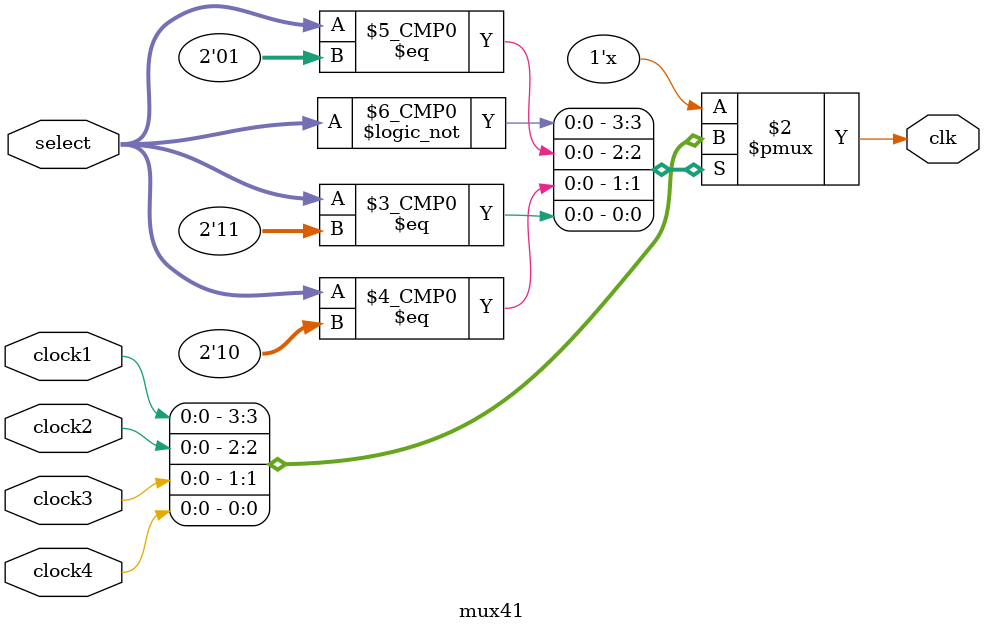
<source format=v>
module multi_div(clk,rst,instruction,wr_en,rd_en,data_out0,data_out1,data_out2,data_out3,
data_empty,data_full,fifo_counter0,fifo_counter1,fifo_counter2,fifo_counter3,counter,
wr_en0,wr_en1,wr_en2,wr_en3,result0,result1,result2,result3,select,clock);
input rst, clk, wr_en, rd_en;
input [11:0] instruction;
output [3:0]clock;
inout wire [11:0] data_out0;
inout wire [11:0] data_out1;
inout wire [11:0] data_out2;
inout wire [11:0] data_out3;
//improved signals
input [7:0]select;
output [3:0]data_empty;
output [3:0] data_full;
//output [3:0] gclock;
output wr_en0,wr_en1,wr_en2,wr_en3;
//output [11:0] fifo_counter;
output [2:0] fifo_counter0;
output [2:0] fifo_counter3;
output [2:0] fifo_counter2;
output [2:0] fifo_counter1;
output reg[4:0]counter;
//input [11:0] instruction;
//output reg [7:0] result;
output wire [7:0] result0;
output wire [7:0] result1;
output wire [7:0] result2;
output wire [7:0] result3;
wire clk_enable0;
wire clk_enable1;
wire clk_enable2;
wire clk_enable3;
assign clk_enable0=(!data_full[0])&(clock[0]);
assign clk_enable1=(!data_full[1])&(clock[1]);
assign clk_enable2=(!data_full[2])&(clock[2]);
assign clk_enable3=(!data_full[3])&(clock[3]);

wire wr_en0;
wire wr_en1;
wire wr_en2;
wire wr_en3;
assign wr_en0=clk_enable0&wr_en;
assign wr_en1=clk_enable1&!clk_enable0&wr_en;
assign wr_en2=!clk_enable1&!clk_enable0&clk_enable2&wr_en;
assign wr_en3=!clk_enable1&!clk_enable0&!clk_enable2&clk_enable3&wr_en;

combined p1(clk,rst,instruction,wr_en0,rd_en,data_out0,data_empty[0],data_full[0],fifo_counter0,result0,select[1:0],clock[0]);
combined p2(clk,rst,instruction,wr_en1,rd_en,data_out1,data_empty[1],data_full[1],fifo_counter1,result1,select[3:2],clock[1]);
combined p3(clk,rst,instruction,wr_en2,rd_en,data_out2,data_empty[2],data_full[2],fifo_counter2,result2,select[5:4],clock[2]);
combined p4(clk,rst,instruction,wr_en3,rd_en,data_out3,data_empty[3],data_full[3],fifo_counter3,result3,select[7:6],clock[3]);
always@(posedge clk)begin
counter <=fifo_counter0+fifo_counter1+fifo_counter2+fifo_counter3;
//result<=result0+result1+result2+result3;
end
endmodule
//////////////

module combined(clk,rst,instruction,wr_en,rd_en,data_out,data_empty,data_full,fifo_counter,result,select,clock);
output clock;
input [1:0]select;
input rst, clk, wr_en, rd_en;
input [11:0] instruction;
inout wire [11:0] data_out;
//input clock_disable;
output data_empty, data_full;
output [ 2:0] fifo_counter;
//input [11:0] instruction;
output wire [7:0] result;
wire clock_2,clock_3,clock_4;
wire clock;
//assign clock1=;
//trail_divider top3(clk,clock_1);
trail_divider#(28'd2) top4(clk,clock_2);
trail_divider#(28'd3) top5(clk,clock_3);
trail_divider#(28'd4) top6(clk,clock_4);
mux41 top3(clk,clock_2,clock_3,clock_4,select,clock);
FIFO top1(clock, rst, instruction, data_out, wr_en, 
rd_en, data_empty, data_full,fifo_counter);
processor3 top2(clock,result,data_out
,data_empty);
endmodule
///////////
module FIFO(clk, rst, buf_in, buf_out, wr_en, rd_en, buf_empty, buf_full,fifo_counter);
input rst, clk, wr_en, rd_en;
input [11:0] buf_in;
output [11:0] buf_out;
output buf_empty, buf_full;
output [ 2:0] fifo_counter;
reg[11:0] buf_out;
reg buf_empty, buf_full;
reg[2:0] fifo_counter;
reg[6:0] rd_ptr, wr_ptr; 
reg[11:0] buf_mem[63 : 0];
always @(posedge clk) begin 
	buf_empty =(fifo_counter==0);
	buf_full =(fifo_counter== 64);
end
//counter update
always @(posedge clk or posedge rst) begin 
	if(rst)
		fifo_counter <= 0; 
	else if((!buf_full && wr_en) && (!buf_empty && rd_en))
		fifo_counter <= fifo_counter; 
	else if( !buf_full && wr_en)
		fifo_counter <= fifo_counter+ 1;
	else if( !buf_empty && rd_en) 
		fifo_counter <= fifo_counter - 1;
	else 
		fifo_counter <= fifo_counter;
end
//giving output(sending to eecution)
always @(posedge clk or posedge rst) begin

	if( rst)
	buf_out <= 0; 
	else begin
		if(rd_en && !buf_empty)
			buf_out <=buf_mem[rd_ptr]; 
		else
			buf_out <=buf_out;
	end
end
//taking input into memory
always @(posedge clk) begin
	if(wr_en&&!buf_full)
		buf_mem[wr_ptr]<=buf_in;
	else
		buf_mem[wr_ptr]<=buf_mem[wr_ptr];

	end
//here updating write pointer and read pointer when they are on which has a loop here 
//that is when we give an instruction in testbench and if we not make wr_en=0 it takes the instruction continuously
//until it is off
always@(posedge clk or posedge rst) begin
	if(rst)	
	 begin
		wr_ptr<=0;
		rd_ptr<=0;
	end
	else 
	begin
		if(!buf_full&& wr_en)
		    wr_ptr<=wr_ptr +1;
		else
		    wr_ptr<=wr_ptr;
		if(!buf_empty&&rd_en)
		    rd_ptr<=rd_ptr+1;
		else
		    rd_ptr<=rd_ptr;
	end
	end	
endmodule

////////////////////////////
////////////////////////
module processor3(clk,status,instruction,buf_empty);
  input clk;
  input [11:0] instruction;
  input buf_empty;
  output reg[7:0] status;
  reg [11:0]  ID_EX_A, ID_EX_B;
  reg [11:0] EX_MEM_ALUOUT;  
  parameter ADD = 4'b0000, SUB = 4'b0001, MUL = 4'b0010, DIV = 4'b0011 , AND = 4'b0100, OR = 4'b0101,XOR = 4'b0110,NOT = 4'b0111,LS = 4'b1000,RS = 4'b1001; 
  always @(posedge clk)  
    begin
	case(instruction[11:8])
        ADD : EX_MEM_ALUOUT = instruction[7:4] + instruction[3:0];
        SUB : EX_MEM_ALUOUT = instruction[7:4] - instruction[3:0];
        MUL : EX_MEM_ALUOUT = instruction[7:4] * instruction[3:0];
        DIV : EX_MEM_ALUOUT = instruction[7:4] / instruction[3:0];
        AND : EX_MEM_ALUOUT = instruction[7:4] & instruction[3:0];
        OR : EX_MEM_ALUOUT = instruction[7:4] | instruction[3:0];
        XOR : EX_MEM_ALUOUT = instruction[7:4] ^ instruction[3:0];
        NOT : EX_MEM_ALUOUT = ~instruction[7:4];
        LS : EX_MEM_ALUOUT = instruction[7:4]<<1;
        RS : EX_MEM_ALUOUT = instruction[7:4]>>1;
      endcase
     status = EX_MEM_ALUOUT;
end 
endmodule

//module gate(input clk,input enable,output gclock);
//assign gclock=clk& enable;
//endmodule

module trail_divider(clock_in,clock_out);
input clock_in; // input clock on FPGA
output  clock_out; // output clock after
parameter DIVISOR=28'd2;//check its synthasizable or not(using decimal)
wire clock_out1;//can I use both reg or wire check as I declared reg as output in module
wire clock_out2;
even_divider#(DIVISOR)start1(clock_in,clock_out1);
odd_divider#(DIVISOR)start2(clock_in,clock_out2);
assign clock_out=(DIVISOR[0])?clock_out2:clock_out1;
endmodule

//combined =odd_divider
module odd_divider(clock_in,clock_out);
input clock_in; // input clock on FPGA
output  clock_out; // output clock after dividing the input clock by divisor
wire clock_out1;//can I use both reg or wire check as I declared reg as output in module
wire clock_out2;
parameter DIVISOR = 28'd2;
even_divider#(DIVISOR)start(clock_in,clock_out1);
FEdge_Dff start1(clock_out1,clock_in,0,clock_out2);
assign clock_out=clock_out1|clock_out2;
endmodule
 
//clock divider general code which works for even divisor(50% duty cycle)
//for odd we combine it with negedge 
module even_divider(clock_in,clock_out);
input clock_in; // input clock on FPGA
output reg clock_out; // output clock after dividing the input clock by divisor
reg[27:0] counter=28'd0;
parameter DIVISOR = 28'd2;
always @(posedge clock_in)
begin
 counter <= counter + 28'd1;
 if(counter>=(DIVISOR-1))
  counter <= 28'd0;
 clock_out <= (counter<DIVISOR/2)?1'b1:1'b0;
end
endmodule

//falling edge reset high asynchronous flip flop
module FEdge_Dff(D,clk,async_reset,Q);
input D; // Data input 
input clk; // clock input 
input async_reset; // asynchronous reset high level 
output reg Q; // output Q 
always @(negedge clk or posedge async_reset) 
begin
 if(async_reset==1'b1)
  Q <= 1'b0; 
 else 
  Q <= D; 
end 
endmodule
//
//4:1 mux
module mux41(clock1,clock2,clock3,clock4,select,clk);
input clock1,clock2,clock3,clock4;
input[1:0] select;
output reg clk;
always@(clock1 or clock2 or clock3 or clock4)
begin
case(select)
2'b00:clk<=clock1;
2'b01:clk<=clock2;
2'b10:clk<=clock3;
2'b11:clk<=clock4;
endcase
end
endmodule
</source>
